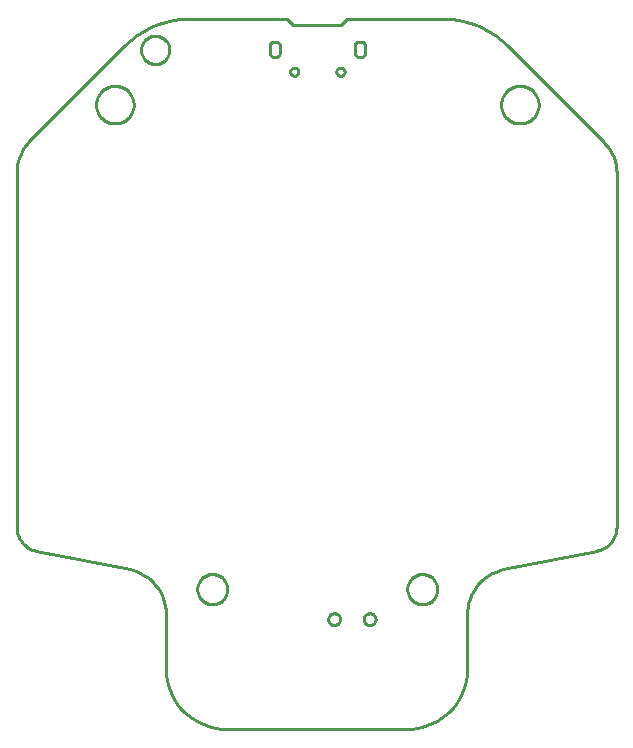
<source format=gbr>
G04 EAGLE Gerber RS-274X export*
G75*
%MOMM*%
%FSLAX34Y34*%
%LPD*%
%IN*%
%IPPOS*%
%AMOC8*
5,1,8,0,0,1.08239X$1,22.5*%
G01*
%ADD10C,0.254000*%


D10*
X-254687Y-129081D02*
X-254653Y-130412D01*
X-254474Y-132164D01*
X-254143Y-133895D01*
X-253662Y-135589D01*
X-253035Y-137236D01*
X-252267Y-138821D01*
X-251364Y-140334D01*
X-250333Y-141762D01*
X-249181Y-143095D01*
X-247917Y-144322D01*
X-246551Y-145435D01*
X-245093Y-146424D01*
X-243555Y-147282D01*
X-241948Y-148003D01*
X-240284Y-148581D01*
X-238575Y-149012D01*
X-158881Y-164824D01*
X-156434Y-165393D01*
X-153264Y-166393D01*
X-150193Y-167665D01*
X-147245Y-169200D01*
X-144442Y-170986D01*
X-141805Y-173009D01*
X-139354Y-175254D01*
X-137109Y-177705D01*
X-135085Y-180342D01*
X-133300Y-183145D01*
X-131765Y-186093D01*
X-130493Y-189164D01*
X-129493Y-192334D01*
X-128774Y-195579D01*
X-128340Y-198875D01*
X-128195Y-202195D01*
X-128195Y-249651D01*
X-127947Y-254066D01*
X-127315Y-258441D01*
X-126304Y-262745D01*
X-124922Y-266944D01*
X-123179Y-271007D01*
X-121089Y-274903D01*
X-118667Y-278601D01*
X-115932Y-282075D01*
X-112904Y-285297D01*
X-109608Y-288242D01*
X-106067Y-290890D01*
X-102309Y-293218D01*
X-98362Y-295210D01*
X-94257Y-296851D01*
X-90024Y-298127D01*
X-85696Y-299030D01*
X-81306Y-299552D01*
X-76887Y-299689D01*
X75513Y-299689D01*
X79932Y-299552D01*
X84322Y-299030D01*
X88650Y-298127D01*
X92882Y-296851D01*
X96988Y-295210D01*
X100935Y-293218D01*
X104693Y-290890D01*
X108233Y-288242D01*
X111530Y-285297D01*
X114558Y-282075D01*
X117293Y-278601D01*
X119715Y-274903D01*
X121805Y-271007D01*
X123548Y-266944D01*
X124930Y-262745D01*
X125941Y-258441D01*
X126573Y-254066D01*
X126821Y-249651D01*
X126821Y-202162D01*
X126901Y-199691D01*
X127261Y-196387D01*
X127908Y-193126D01*
X128836Y-189935D01*
X130039Y-186836D01*
X131508Y-183854D01*
X133231Y-181012D01*
X135194Y-178330D01*
X137385Y-175830D01*
X139784Y-173531D01*
X142375Y-171449D01*
X145138Y-169601D01*
X148051Y-168000D01*
X151093Y-166660D01*
X154240Y-165590D01*
X157468Y-164798D01*
X236478Y-149038D01*
X237764Y-148757D01*
X239484Y-148243D01*
X241153Y-147581D01*
X242757Y-146776D01*
X244286Y-145835D01*
X245726Y-144764D01*
X247068Y-143571D01*
X248300Y-142266D01*
X249414Y-140858D01*
X250402Y-139359D01*
X251254Y-137780D01*
X251966Y-136132D01*
X252532Y-134428D01*
X252947Y-132682D01*
X253208Y-130906D01*
X253313Y-129114D01*
X253313Y170914D01*
X253312Y170957D01*
X253109Y174297D01*
X252616Y177607D01*
X251836Y180861D01*
X250775Y184035D01*
X249442Y187104D01*
X247847Y190046D01*
X246001Y192837D01*
X243918Y195457D01*
X241616Y197885D01*
X160305Y279016D01*
X155464Y283447D01*
X150190Y287494D01*
X144583Y291066D01*
X138687Y294135D01*
X132545Y296679D01*
X126205Y298678D01*
X119715Y300117D01*
X113125Y300985D01*
X106483Y301275D01*
X24713Y301275D01*
X19633Y296195D01*
X-21007Y296195D01*
X-26087Y301275D01*
X-108775Y301275D01*
X-108859Y301275D01*
X-115500Y300977D01*
X-122090Y300102D01*
X-128578Y298656D01*
X-134916Y296650D01*
X-141055Y294100D01*
X-146948Y291023D01*
X-152550Y287446D01*
X-157820Y283393D01*
X-162716Y278896D01*
X-243812Y197621D01*
X-246000Y195190D01*
X-247996Y192546D01*
X-249753Y189737D01*
X-251259Y186787D01*
X-252502Y183716D01*
X-253473Y180548D01*
X-254164Y177308D01*
X-254569Y174020D01*
X-254687Y170710D01*
X-254687Y-129081D01*
X-40500Y272540D02*
X-40441Y272193D01*
X-40352Y271853D01*
X-40234Y271522D01*
X-40088Y271202D01*
X-39914Y270896D01*
X-39714Y270607D01*
X-39490Y270336D01*
X-39243Y270086D01*
X-38975Y269858D01*
X-38688Y269654D01*
X-38385Y269477D01*
X-38067Y269326D01*
X-37737Y269203D01*
X-37398Y269110D01*
X-37052Y269047D01*
X-36702Y269014D01*
X-36351Y269012D01*
X-36000Y269040D01*
X-35649Y269012D01*
X-35298Y269014D01*
X-34948Y269047D01*
X-34602Y269110D01*
X-34263Y269203D01*
X-33933Y269326D01*
X-33615Y269477D01*
X-33312Y269654D01*
X-33025Y269858D01*
X-32757Y270086D01*
X-32510Y270336D01*
X-32286Y270607D01*
X-32086Y270896D01*
X-31912Y271202D01*
X-31766Y271522D01*
X-31648Y271853D01*
X-31559Y272193D01*
X-31500Y272540D01*
X-31500Y278540D01*
X-31559Y278887D01*
X-31648Y279227D01*
X-31766Y279558D01*
X-31912Y279878D01*
X-32086Y280184D01*
X-32286Y280473D01*
X-32510Y280744D01*
X-32757Y280994D01*
X-33025Y281222D01*
X-33312Y281426D01*
X-33615Y281603D01*
X-33933Y281754D01*
X-34263Y281877D01*
X-34602Y281970D01*
X-34948Y282033D01*
X-35298Y282066D01*
X-35649Y282068D01*
X-36000Y282040D01*
X-36351Y282068D01*
X-36702Y282066D01*
X-37052Y282033D01*
X-37398Y281970D01*
X-37737Y281877D01*
X-38067Y281754D01*
X-38385Y281603D01*
X-38688Y281426D01*
X-38975Y281222D01*
X-39243Y280994D01*
X-39490Y280744D01*
X-39714Y280473D01*
X-39914Y280184D01*
X-40088Y279878D01*
X-40234Y279558D01*
X-40352Y279227D01*
X-40441Y278887D01*
X-40500Y278540D01*
X-40500Y272540D01*
X31500Y272540D02*
X31513Y272235D01*
X31553Y271932D01*
X31619Y271634D01*
X31711Y271343D01*
X31828Y271061D01*
X31969Y270790D01*
X32133Y270532D01*
X32319Y270290D01*
X32525Y270065D01*
X32750Y269859D01*
X32992Y269673D01*
X33250Y269509D01*
X33521Y269368D01*
X33803Y269251D01*
X34094Y269159D01*
X34392Y269093D01*
X34695Y269053D01*
X35000Y269040D01*
X37000Y269040D01*
X37305Y269053D01*
X37608Y269093D01*
X37906Y269159D01*
X38197Y269251D01*
X38479Y269368D01*
X38750Y269509D01*
X39008Y269673D01*
X39250Y269859D01*
X39475Y270065D01*
X39681Y270290D01*
X39867Y270532D01*
X40031Y270790D01*
X40172Y271061D01*
X40289Y271343D01*
X40381Y271634D01*
X40447Y271932D01*
X40487Y272235D01*
X40500Y272540D01*
X40500Y278040D01*
X40508Y278368D01*
X40486Y278695D01*
X40437Y279019D01*
X40359Y279338D01*
X40254Y279648D01*
X40123Y279949D01*
X39965Y280236D01*
X39783Y280509D01*
X39578Y280765D01*
X39352Y281002D01*
X39106Y281218D01*
X38842Y281413D01*
X38561Y281583D01*
X38268Y281728D01*
X37962Y281848D01*
X37647Y281940D01*
X37326Y282004D01*
X37000Y282040D01*
X35000Y282040D01*
X34674Y282004D01*
X34353Y281940D01*
X34038Y281848D01*
X33733Y281728D01*
X33439Y281583D01*
X33159Y281413D01*
X32894Y281218D01*
X32648Y281002D01*
X32422Y280765D01*
X32217Y280509D01*
X32035Y280236D01*
X31877Y279949D01*
X31746Y279648D01*
X31641Y279338D01*
X31563Y279019D01*
X31514Y278695D01*
X31492Y278368D01*
X31500Y278040D01*
X31500Y272540D01*
X101600Y-182109D02*
X101522Y-183104D01*
X101366Y-184090D01*
X101133Y-185060D01*
X100824Y-186009D01*
X100442Y-186931D01*
X99989Y-187820D01*
X99468Y-188671D01*
X98881Y-189479D01*
X98233Y-190237D01*
X97527Y-190943D01*
X96769Y-191591D01*
X95961Y-192178D01*
X95110Y-192699D01*
X94221Y-193152D01*
X93299Y-193534D01*
X92350Y-193843D01*
X91380Y-194076D01*
X90394Y-194232D01*
X89399Y-194310D01*
X88401Y-194310D01*
X87406Y-194232D01*
X86420Y-194076D01*
X85450Y-193843D01*
X84501Y-193534D01*
X83579Y-193152D01*
X82690Y-192699D01*
X81839Y-192178D01*
X81031Y-191591D01*
X80273Y-190943D01*
X79567Y-190237D01*
X78919Y-189479D01*
X78332Y-188671D01*
X77811Y-187820D01*
X77358Y-186931D01*
X76976Y-186009D01*
X76667Y-185060D01*
X76434Y-184090D01*
X76278Y-183104D01*
X76200Y-182109D01*
X76200Y-181111D01*
X76278Y-180116D01*
X76434Y-179130D01*
X76667Y-178160D01*
X76976Y-177211D01*
X77358Y-176289D01*
X77811Y-175400D01*
X78332Y-174549D01*
X78919Y-173741D01*
X79567Y-172983D01*
X80273Y-172277D01*
X81031Y-171629D01*
X81839Y-171042D01*
X82690Y-170521D01*
X83579Y-170068D01*
X84501Y-169686D01*
X85450Y-169377D01*
X86420Y-169144D01*
X87406Y-168988D01*
X88401Y-168910D01*
X89399Y-168910D01*
X90394Y-168988D01*
X91380Y-169144D01*
X92350Y-169377D01*
X93299Y-169686D01*
X94221Y-170068D01*
X95110Y-170521D01*
X95961Y-171042D01*
X96769Y-171629D01*
X97527Y-172277D01*
X98233Y-172983D01*
X98881Y-173741D01*
X99468Y-174549D01*
X99989Y-175400D01*
X100442Y-176289D01*
X100824Y-177211D01*
X101133Y-178160D01*
X101366Y-179130D01*
X101522Y-180116D01*
X101600Y-181111D01*
X101600Y-182109D01*
X-76200Y-182109D02*
X-76278Y-183104D01*
X-76434Y-184090D01*
X-76667Y-185060D01*
X-76976Y-186009D01*
X-77358Y-186931D01*
X-77811Y-187820D01*
X-78332Y-188671D01*
X-78919Y-189479D01*
X-79567Y-190237D01*
X-80273Y-190943D01*
X-81031Y-191591D01*
X-81839Y-192178D01*
X-82690Y-192699D01*
X-83579Y-193152D01*
X-84501Y-193534D01*
X-85450Y-193843D01*
X-86420Y-194076D01*
X-87406Y-194232D01*
X-88401Y-194310D01*
X-89399Y-194310D01*
X-90394Y-194232D01*
X-91380Y-194076D01*
X-92350Y-193843D01*
X-93299Y-193534D01*
X-94221Y-193152D01*
X-95110Y-192699D01*
X-95961Y-192178D01*
X-96769Y-191591D01*
X-97527Y-190943D01*
X-98233Y-190237D01*
X-98881Y-189479D01*
X-99468Y-188671D01*
X-99989Y-187820D01*
X-100442Y-186931D01*
X-100824Y-186009D01*
X-101133Y-185060D01*
X-101366Y-184090D01*
X-101522Y-183104D01*
X-101600Y-182109D01*
X-101600Y-181111D01*
X-101522Y-180116D01*
X-101366Y-179130D01*
X-101133Y-178160D01*
X-100824Y-177211D01*
X-100442Y-176289D01*
X-99989Y-175400D01*
X-99468Y-174549D01*
X-98881Y-173741D01*
X-98233Y-172983D01*
X-97527Y-172277D01*
X-96769Y-171629D01*
X-95961Y-171042D01*
X-95110Y-170521D01*
X-94221Y-170068D01*
X-93299Y-169686D01*
X-92350Y-169377D01*
X-91380Y-169144D01*
X-90394Y-168988D01*
X-89399Y-168910D01*
X-88401Y-168910D01*
X-87406Y-168988D01*
X-86420Y-169144D01*
X-85450Y-169377D01*
X-84501Y-169686D01*
X-83579Y-170068D01*
X-82690Y-170521D01*
X-81839Y-171042D01*
X-81031Y-171629D01*
X-80273Y-172277D01*
X-79567Y-172983D01*
X-78919Y-173741D01*
X-78332Y-174549D01*
X-77811Y-175400D01*
X-77358Y-176289D01*
X-76976Y-177211D01*
X-76667Y-178160D01*
X-76434Y-179130D01*
X-76278Y-180116D01*
X-76200Y-181111D01*
X-76200Y-182109D01*
X-155575Y228080D02*
X-155643Y227043D01*
X-155779Y226013D01*
X-155981Y224993D01*
X-156250Y223989D01*
X-156585Y223005D01*
X-156982Y222045D01*
X-157442Y221113D01*
X-157962Y220212D01*
X-158539Y219348D01*
X-159172Y218524D01*
X-159857Y217742D01*
X-160592Y217007D01*
X-161374Y216322D01*
X-162198Y215689D01*
X-163062Y215112D01*
X-163963Y214592D01*
X-164895Y214132D01*
X-165855Y213735D01*
X-166839Y213400D01*
X-167843Y213131D01*
X-168863Y212929D01*
X-169893Y212793D01*
X-170930Y212725D01*
X-171970Y212725D01*
X-173007Y212793D01*
X-174037Y212929D01*
X-175057Y213131D01*
X-176061Y213400D01*
X-177045Y213735D01*
X-178005Y214132D01*
X-178937Y214592D01*
X-179838Y215112D01*
X-180702Y215689D01*
X-181526Y216322D01*
X-182308Y217007D01*
X-183043Y217742D01*
X-183728Y218524D01*
X-184361Y219348D01*
X-184938Y220212D01*
X-185458Y221113D01*
X-185918Y222045D01*
X-186315Y223005D01*
X-186650Y223989D01*
X-186919Y224993D01*
X-187121Y226013D01*
X-187257Y227043D01*
X-187325Y228080D01*
X-187325Y229120D01*
X-187257Y230157D01*
X-187121Y231187D01*
X-186919Y232207D01*
X-186650Y233211D01*
X-186315Y234195D01*
X-185918Y235155D01*
X-185458Y236087D01*
X-184938Y236988D01*
X-184361Y237852D01*
X-183728Y238676D01*
X-183043Y239458D01*
X-182308Y240193D01*
X-181526Y240878D01*
X-180702Y241511D01*
X-179838Y242088D01*
X-178937Y242608D01*
X-178005Y243068D01*
X-177045Y243465D01*
X-176061Y243800D01*
X-175057Y244069D01*
X-174037Y244271D01*
X-173007Y244407D01*
X-171970Y244475D01*
X-170930Y244475D01*
X-169893Y244407D01*
X-168863Y244271D01*
X-167843Y244069D01*
X-166839Y243800D01*
X-165855Y243465D01*
X-164895Y243068D01*
X-163963Y242608D01*
X-163062Y242088D01*
X-162198Y241511D01*
X-161374Y240878D01*
X-160592Y240193D01*
X-159857Y239458D01*
X-159172Y238676D01*
X-158539Y237852D01*
X-157962Y236988D01*
X-157442Y236087D01*
X-156982Y235155D01*
X-156585Y234195D01*
X-156250Y233211D01*
X-155981Y232207D01*
X-155779Y231187D01*
X-155643Y230157D01*
X-155575Y229120D01*
X-155575Y228080D01*
X187325Y228080D02*
X187257Y227043D01*
X187121Y226013D01*
X186919Y224993D01*
X186650Y223989D01*
X186315Y223005D01*
X185918Y222045D01*
X185458Y221113D01*
X184938Y220212D01*
X184361Y219348D01*
X183728Y218524D01*
X183043Y217742D01*
X182308Y217007D01*
X181526Y216322D01*
X180702Y215689D01*
X179838Y215112D01*
X178937Y214592D01*
X178005Y214132D01*
X177045Y213735D01*
X176061Y213400D01*
X175057Y213131D01*
X174037Y212929D01*
X173007Y212793D01*
X171970Y212725D01*
X170930Y212725D01*
X169893Y212793D01*
X168863Y212929D01*
X167843Y213131D01*
X166839Y213400D01*
X165855Y213735D01*
X164895Y214132D01*
X163963Y214592D01*
X163062Y215112D01*
X162198Y215689D01*
X161374Y216322D01*
X160592Y217007D01*
X159857Y217742D01*
X159172Y218524D01*
X158539Y219348D01*
X157962Y220212D01*
X157442Y221113D01*
X156982Y222045D01*
X156585Y223005D01*
X156250Y223989D01*
X155981Y224993D01*
X155779Y226013D01*
X155643Y227043D01*
X155575Y228080D01*
X155575Y229120D01*
X155643Y230157D01*
X155779Y231187D01*
X155981Y232207D01*
X156250Y233211D01*
X156585Y234195D01*
X156982Y235155D01*
X157442Y236087D01*
X157962Y236988D01*
X158539Y237852D01*
X159172Y238676D01*
X159857Y239458D01*
X160592Y240193D01*
X161374Y240878D01*
X162198Y241511D01*
X163062Y242088D01*
X163963Y242608D01*
X164895Y243068D01*
X165855Y243465D01*
X166839Y243800D01*
X167843Y244069D01*
X168863Y244271D01*
X169893Y244407D01*
X170930Y244475D01*
X171970Y244475D01*
X173007Y244407D01*
X174037Y244271D01*
X175057Y244069D01*
X176061Y243800D01*
X177045Y243465D01*
X178005Y243068D01*
X178937Y242608D01*
X179838Y242088D01*
X180702Y241511D01*
X181526Y240878D01*
X182308Y240193D01*
X183043Y239458D01*
X183728Y238676D01*
X184361Y237852D01*
X184938Y236988D01*
X185458Y236087D01*
X185918Y235155D01*
X186315Y234195D01*
X186650Y233211D01*
X186919Y232207D01*
X187121Y231187D01*
X187257Y230157D01*
X187325Y229120D01*
X187325Y228080D01*
X16000Y256769D02*
X16060Y257224D01*
X16179Y257667D01*
X16354Y258091D01*
X16584Y258489D01*
X16863Y258853D01*
X17187Y259177D01*
X17551Y259456D01*
X17949Y259686D01*
X18373Y259861D01*
X18816Y259980D01*
X19271Y260040D01*
X19729Y260040D01*
X20184Y259980D01*
X20627Y259861D01*
X21051Y259686D01*
X21449Y259456D01*
X21813Y259177D01*
X22137Y258853D01*
X22416Y258489D01*
X22646Y258091D01*
X22821Y257667D01*
X22940Y257224D01*
X23000Y256769D01*
X23000Y256311D01*
X22940Y255856D01*
X22821Y255413D01*
X22646Y254989D01*
X22416Y254591D01*
X22137Y254227D01*
X21813Y253903D01*
X21449Y253624D01*
X21051Y253394D01*
X20627Y253219D01*
X20184Y253100D01*
X19729Y253040D01*
X19271Y253040D01*
X18816Y253100D01*
X18373Y253219D01*
X17949Y253394D01*
X17551Y253624D01*
X17187Y253903D01*
X16863Y254227D01*
X16584Y254591D01*
X16354Y254989D01*
X16179Y255413D01*
X16060Y255856D01*
X16000Y256311D01*
X16000Y256769D01*
X-23000Y256769D02*
X-22940Y257224D01*
X-22821Y257667D01*
X-22646Y258091D01*
X-22416Y258489D01*
X-22137Y258853D01*
X-21813Y259177D01*
X-21449Y259456D01*
X-21051Y259686D01*
X-20627Y259861D01*
X-20184Y259980D01*
X-19729Y260040D01*
X-19271Y260040D01*
X-18816Y259980D01*
X-18373Y259861D01*
X-17949Y259686D01*
X-17551Y259456D01*
X-17187Y259177D01*
X-16863Y258853D01*
X-16584Y258489D01*
X-16354Y258091D01*
X-16179Y257667D01*
X-16060Y257224D01*
X-16000Y256769D01*
X-16000Y256311D01*
X-16060Y255856D01*
X-16179Y255413D01*
X-16354Y254989D01*
X-16584Y254591D01*
X-16863Y254227D01*
X-17187Y253903D01*
X-17551Y253624D01*
X-17949Y253394D01*
X-18373Y253219D01*
X-18816Y253100D01*
X-19271Y253040D01*
X-19729Y253040D01*
X-20184Y253100D01*
X-20627Y253219D01*
X-21051Y253394D01*
X-21449Y253624D01*
X-21813Y253903D01*
X-22137Y254227D01*
X-22416Y254591D01*
X-22646Y254989D01*
X-22821Y255413D01*
X-22940Y255856D01*
X-23000Y256311D01*
X-23000Y256769D01*
X9210Y-206729D02*
X9273Y-206171D01*
X9398Y-205624D01*
X9583Y-205094D01*
X9827Y-204588D01*
X10126Y-204112D01*
X10476Y-203673D01*
X10873Y-203276D01*
X11312Y-202926D01*
X11788Y-202627D01*
X12294Y-202383D01*
X12824Y-202198D01*
X13371Y-202073D01*
X13929Y-202010D01*
X14491Y-202010D01*
X15049Y-202073D01*
X15596Y-202198D01*
X16126Y-202383D01*
X16632Y-202627D01*
X17108Y-202926D01*
X17547Y-203276D01*
X17944Y-203673D01*
X18294Y-204112D01*
X18593Y-204588D01*
X18837Y-205094D01*
X19022Y-205624D01*
X19147Y-206171D01*
X19210Y-206729D01*
X19210Y-207291D01*
X19147Y-207849D01*
X19022Y-208396D01*
X18837Y-208926D01*
X18593Y-209432D01*
X18294Y-209908D01*
X17944Y-210347D01*
X17547Y-210744D01*
X17108Y-211094D01*
X16632Y-211393D01*
X16126Y-211637D01*
X15596Y-211822D01*
X15049Y-211947D01*
X14491Y-212010D01*
X13929Y-212010D01*
X13371Y-211947D01*
X12824Y-211822D01*
X12294Y-211637D01*
X11788Y-211393D01*
X11312Y-211094D01*
X10873Y-210744D01*
X10476Y-210347D01*
X10126Y-209908D01*
X9827Y-209432D01*
X9583Y-208926D01*
X9398Y-208396D01*
X9273Y-207849D01*
X9210Y-207291D01*
X9210Y-206729D01*
X39210Y-206729D02*
X39273Y-206171D01*
X39398Y-205624D01*
X39583Y-205094D01*
X39827Y-204588D01*
X40126Y-204112D01*
X40476Y-203673D01*
X40873Y-203276D01*
X41312Y-202926D01*
X41788Y-202627D01*
X42294Y-202383D01*
X42824Y-202198D01*
X43371Y-202073D01*
X43929Y-202010D01*
X44491Y-202010D01*
X45049Y-202073D01*
X45596Y-202198D01*
X46126Y-202383D01*
X46632Y-202627D01*
X47108Y-202926D01*
X47547Y-203276D01*
X47944Y-203673D01*
X48294Y-204112D01*
X48593Y-204588D01*
X48837Y-205094D01*
X49022Y-205624D01*
X49147Y-206171D01*
X49210Y-206729D01*
X49210Y-207291D01*
X49147Y-207849D01*
X49022Y-208396D01*
X48837Y-208926D01*
X48593Y-209432D01*
X48294Y-209908D01*
X47944Y-210347D01*
X47547Y-210744D01*
X47108Y-211094D01*
X46632Y-211393D01*
X46126Y-211637D01*
X45596Y-211822D01*
X45049Y-211947D01*
X44491Y-212010D01*
X43929Y-212010D01*
X43371Y-211947D01*
X42824Y-211822D01*
X42294Y-211637D01*
X41788Y-211393D01*
X41312Y-211094D01*
X40873Y-210744D01*
X40476Y-210347D01*
X40126Y-209908D01*
X39827Y-209432D01*
X39583Y-208926D01*
X39398Y-208396D01*
X39273Y-207849D01*
X39210Y-207291D01*
X39210Y-206729D01*
X-126739Y280624D02*
X-126333Y279773D01*
X-125995Y278892D01*
X-125727Y277988D01*
X-125531Y277066D01*
X-125408Y276131D01*
X-125359Y275189D01*
X-125383Y274247D01*
X-125482Y273309D01*
X-125654Y272382D01*
X-125898Y271471D01*
X-126213Y270582D01*
X-126596Y269720D01*
X-127046Y268892D01*
X-127560Y268101D01*
X-128134Y267353D01*
X-128765Y266652D01*
X-129449Y266003D01*
X-130181Y265410D01*
X-130959Y264875D01*
X-131775Y264404D01*
X-132626Y263998D01*
X-133507Y263660D01*
X-134411Y263392D01*
X-135333Y263196D01*
X-136268Y263073D01*
X-137210Y263024D01*
X-138152Y263048D01*
X-139090Y263147D01*
X-140017Y263319D01*
X-140928Y263563D01*
X-141817Y263878D01*
X-142678Y264261D01*
X-143507Y264711D01*
X-144298Y265225D01*
X-145046Y265799D01*
X-145747Y266430D01*
X-146396Y267114D01*
X-146989Y267847D01*
X-147523Y268624D01*
X-147995Y269440D01*
X-148401Y270291D01*
X-148739Y271172D01*
X-149007Y272076D01*
X-149203Y272998D01*
X-149326Y273933D01*
X-149375Y274875D01*
X-149350Y275817D01*
X-149252Y276755D01*
X-149080Y277682D01*
X-148836Y278593D01*
X-148521Y279482D01*
X-148138Y280344D01*
X-147688Y281172D01*
X-147174Y281963D01*
X-146600Y282711D01*
X-145969Y283412D01*
X-145285Y284061D01*
X-144552Y284655D01*
X-143775Y285189D01*
X-142959Y285660D01*
X-142107Y286066D01*
X-141227Y286404D01*
X-140323Y286672D01*
X-139401Y286868D01*
X-138466Y286991D01*
X-137524Y287040D01*
X-136581Y287016D01*
X-135644Y286917D01*
X-134716Y286745D01*
X-133806Y286501D01*
X-132917Y286186D01*
X-132055Y285803D01*
X-131227Y285353D01*
X-130436Y284839D01*
X-129688Y284265D01*
X-128987Y283634D01*
X-128338Y282950D01*
X-127744Y282217D01*
X-127210Y281440D01*
X-126739Y280624D01*
M02*

</source>
